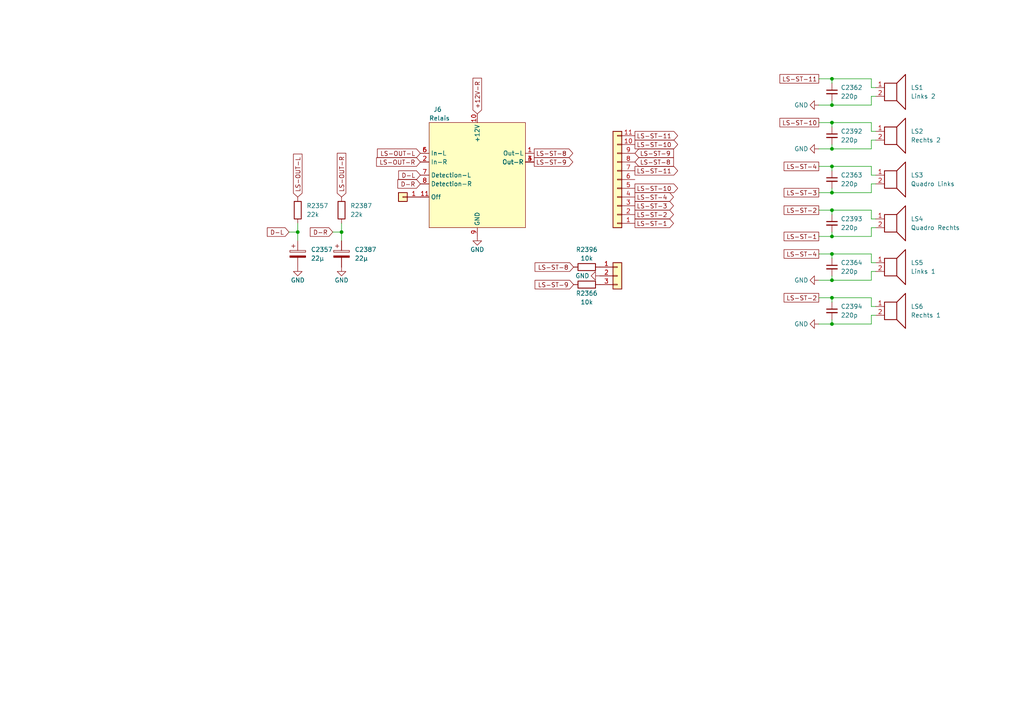
<source format=kicad_sch>
(kicad_sch (version 20230121) (generator eeschema)
  (paper "A4")
  (lib_symbols
    (symbol "Connector_Generic:Conn_01x01" (pin_names (offset 1.016) hide)
      (property "Reference" "J" (at 0 2.54 0))
      (property "Value" "Conn_01x01" (at 0 -2.54 0))
      (symbol "Conn_01x01_1_1"
        (rectangle (start -1.27 0.127) (end 0 -0.127) (stroke (width 0.1524)))
        (rectangle (start -1.27 1.27) (end 1.27 -1.27) (stroke (width 0.254)) (fill (type background)))
        (pin passive line (at -5.08 0 0) (length 3.81) (name "Pin_1") (number "1"))
      )
    )
    (symbol "Connector_Generic:Conn_01x03" (pin_names (offset 1.016) hide)
      (property "Reference" "J" (at 0 5.08 0))
      (property "Value" "Conn_01x03" (at 0 -5.08 0))
      (symbol "Conn_01x03_1_1"
        (rectangle (start -1.27 -2.413) (end 0 -2.667) (stroke (width 0.1524)))
        (rectangle (start -1.27 0.127) (end 0 -0.127) (stroke (width 0.1524)))
        (rectangle (start -1.27 2.667) (end 0 2.413) (stroke (width 0.1524)))
        (rectangle (start -1.27 3.81) (end 1.27 -3.81) (stroke (width 0.254)) (fill (type background)))
        (pin passive line (at -5.08 2.54 0) (length 3.81) (name "Pin_1") (number "1"))
        (pin passive line (at -5.08 0 0) (length 3.81) (name "Pin_2") (number "2"))
        (pin passive line (at -5.08 -2.54 0) (length 3.81) (name "Pin_3") (number "3"))
      )
    )
    (symbol "Connector_Generic:Conn_01x11" (pin_names (offset 1.016) hide)
      (property "Reference" "J" (at 0 15.24 0))
      (property "Value" "Conn_01x11" (at 0 -15.24 0))
      (symbol "Conn_01x11_1_1"
        (rectangle (start -1.27 -12.573) (end 0 -12.827) (stroke (width 0.1524)))
        (rectangle (start -1.27 -10.033) (end 0 -10.287) (stroke (width 0.1524)))
        (rectangle (start -1.27 -7.493) (end 0 -7.747) (stroke (width 0.1524)))
        (rectangle (start -1.27 -4.953) (end 0 -5.207) (stroke (width 0.1524)))
        (rectangle (start -1.27 -2.413) (end 0 -2.667) (stroke (width 0.1524)))
        (rectangle (start -1.27 0.127) (end 0 -0.127) (stroke (width 0.1524)))
        (rectangle (start -1.27 2.667) (end 0 2.413) (stroke (width 0.1524)))
        (rectangle (start -1.27 5.207) (end 0 4.953) (stroke (width 0.1524)))
        (rectangle (start -1.27 7.747) (end 0 7.493) (stroke (width 0.1524)))
        (rectangle (start -1.27 10.287) (end 0 10.033) (stroke (width 0.1524)))
        (rectangle (start -1.27 12.827) (end 0 12.573) (stroke (width 0.1524)))
        (rectangle (start -1.27 13.97) (end 1.27 -13.97) (stroke (width 0.254)) (fill (type background)))
        (pin passive line (at -5.08 12.7 0) (length 3.81) (name "Pin_1") (number "1"))
        (pin passive line (at -5.08 -10.16 0) (length 3.81) (name "Pin_10") (number "10"))
        (pin passive line (at -5.08 -12.7 0) (length 3.81) (name "Pin_11") (number "11"))
        (pin passive line (at -5.08 10.16 0) (length 3.81) (name "Pin_2") (number "2"))
        (pin passive line (at -5.08 7.62 0) (length 3.81) (name "Pin_3") (number "3"))
        (pin passive line (at -5.08 5.08 0) (length 3.81) (name "Pin_4") (number "4"))
        (pin passive line (at -5.08 2.54 0) (length 3.81) (name "Pin_5") (number "5"))
        (pin passive line (at -5.08 0 0) (length 3.81) (name "Pin_6") (number "6"))
        (pin passive line (at -5.08 -2.54 0) (length 3.81) (name "Pin_7") (number "7"))
        (pin passive line (at -5.08 -5.08 0) (length 3.81) (name "Pin_8") (number "8"))
        (pin passive line (at -5.08 -7.62 0) (length 3.81) (name "Pin_9") (number "9"))
      )
    )
    (symbol "Device:C_Polarized" (pin_numbers hide) (pin_names (offset 0.254))
      (property "Reference" "C" (at 0.635 2.54 0))
      (property "Value" "C_Polarized" (at 0.635 -2.54 0))
      (symbol "C_Polarized_0_1"
        (rectangle (start -2.286 0.508) (end 2.286 1.016))
        (polyline (pts (xy -1.778 2.286) (xy -0.762 2.286)))
        (polyline (pts (xy -1.27 2.794) (xy -1.27 1.778)))
        (rectangle (start 2.286 -0.508) (end -2.286 -1.016) (fill (type outline)))
      )
      (symbol "C_Polarized_1_1"
        (pin passive line (at 0 3.81 270) (length 2.794) (name "~") (number "1"))
        (pin passive line (at 0 -3.81 90) (length 2.794) (name "~") (number "2"))
      )
    )
    (symbol "Device:C_Small" (pin_numbers hide) (pin_names (offset 0.254) hide)
      (property "Reference" "C" (at 0.254 1.778 0))
      (property "Value" "C_Small" (at 0.254 -2.032 0))
      (symbol "C_Small_0_1"
        (polyline (pts (xy -1.524 -0.508) (xy 1.524 -0.508)) (stroke (width 0.3302)))
        (polyline (pts (xy -1.524 0.508) (xy 1.524 0.508)) (stroke (width 0.3048)))
      )
      (symbol "C_Small_1_1"
        (pin passive line (at 0 2.54 270) (length 2.032) (name "~") (number "1"))
        (pin passive line (at 0 -2.54 90) (length 2.032) (name "~") (number "2"))
      )
    )
    (symbol "Device:R" (pin_numbers hide) (pin_names (offset 0))
      (property "Reference" "R" (at 2.032 0 90))
      (property "Value" "R" (at 0 0 90))
      (symbol "R_0_1"
        (rectangle (start -1.016 -2.54) (end 1.016 2.54) (stroke (width 0.254)))
      )
      (symbol "R_1_1"
        (pin passive line (at 0 3.81 270) (length 1.27) (name "~") (number "1"))
        (pin passive line (at 0 -3.81 90) (length 1.27) (name "~") (number "2"))
      )
    )
    (symbol "Device:Speaker" (pin_names (offset 0) hide)
      (property "Reference" "LS" (at 1.27 5.715 0))
      (property "Value" "Speaker" (at 1.27 3.81 0))
      (symbol "Speaker_0_0"
        (rectangle (start -2.54 1.27) (end 1.016 -3.81) (stroke (width 0.254)))
        (polyline (pts (xy 1.016 1.27) (xy 3.556 3.81) (xy 3.556 -6.35) (xy 1.016 -3.81)) (stroke (width 0.254)))
      )
      (symbol "Speaker_1_1"
        (pin input line (at -5.08 0 0) (length 2.54) (name "1") (number "1"))
        (pin input line (at -5.08 -2.54 0) (length 2.54) (name "2") (number "2"))
      )
    )
    (symbol "Library:Relais"
      (property "Reference" "U" (at 25.4 3.81 0))
      (property "Value" "Relais" (at 25.4 1.27 0))
      (symbol "Relais_1_1"
        (rectangle (start 0 0) (end 27.94 -30.48) (fill (type background)))
        (pin output line (at 30.48 -8.89 180) (length 2.54) (name "Out-L") (number "1"))
        (pin power_in line (at 13.97 2.54 270) (length 2.54) (name "+12V") (number "10"))
        (pin input line (at -2.54 -21.59 0) (length 2.54) (name "Off") (number "11"))
        (pin input line (at -2.54 -11.43 0) (length 2.54) (name "In-R") (number "2"))
        (pin output line (at 30.48 -11.43 180) (length 2.54) (name "Out-R") (number "3"))
        (pin output line (at 30.48 -11.43 180) (length 2.54) (name "Out-R") (number "4"))
        (pin input line (at -2.54 -8.89 0) (length 2.54) (name "In-L") (number "5"))
        (pin input line (at -2.54 -8.89 0) (length 2.54) (name "In-L") (number "6"))
        (pin input line (at -2.54 -15.24 0) (length 2.54) (name "Detection-L") (number "7"))
        (pin input line (at -2.54 -17.78 0) (length 2.54) (name "Detection-R") (number "8"))
        (pin power_in line (at 13.97 -33.02 90) (length 2.54) (name "GND") (number "9"))
      )
    )
    (symbol "power:GND" (power) (pin_names (offset 0))
      (property "Value" "GND" (at 0 -3.81 0))
      (symbol "GND_0_1"
        (polyline (pts (xy 0 0) (xy 0 -1.27) (xy 1.27 -1.27) (xy 0 -2.54) (xy -1.27 -1.27) (xy 0 -1.27)))
      )
      (symbol "GND_1_1"
        (pin power_in line (at 0 0 270) (length 0) hide (name "GND") (number "1"))
      )
    )
  )
  (junction (at 99.06 67.31))
  (junction (at 241.3 60.96))
  (junction (at 241.3 73.66))
  (junction (at 86.36 67.31))
  (junction (at 241.3 48.26))
  (junction (at 241.3 93.98))
  (junction (at 241.3 68.58))
  (junction (at 241.3 43.18))
  (junction (at 241.3 81.28))
  (junction (at 241.3 35.56))
  (junction (at 241.3 30.48))
  (junction (at 241.3 55.88))
  (junction (at 241.3 22.86))
  (junction (at 241.3 86.36))
  (wire (pts (xy 237.49 81.28) (xy 241.3 81.28)))
  (wire (pts (xy 241.3 73.66) (xy 252.73 73.66)))
  (wire (pts (xy 252.73 35.56) (xy 252.73 38.1)))
  (wire (pts (xy 252.73 22.86) (xy 252.73 25.4)))
  (wire (pts (xy 241.3 35.56) (xy 252.73 35.56)))
  (wire (pts (xy 241.3 67.31) (xy 241.3 68.58)))
  (wire (pts (xy 252.73 91.44) (xy 254 91.44)))
  (wire (pts (xy 241.3 92.71) (xy 241.3 93.98)))
  (wire (pts (xy 252.73 66.04) (xy 254 66.04)))
  (wire (pts (xy 252.73 25.4) (xy 254 25.4)))
  (wire (pts (xy 99.06 67.31) (xy 99.06 69.85)))
  (wire (pts (xy 237.49 30.48) (xy 241.3 30.48)))
  (wire (pts (xy 241.3 48.26) (xy 252.73 48.26)))
  (wire (pts (xy 237.49 60.96) (xy 241.3 60.96)))
  (wire (pts (xy 241.3 74.93) (xy 241.3 73.66)))
  (wire (pts (xy 237.49 93.98) (xy 241.3 93.98)))
  (wire (pts (xy 237.49 86.36) (xy 241.3 86.36)))
  (wire (pts (xy 252.73 53.34) (xy 254 53.34)))
  (wire (pts (xy 237.49 73.66) (xy 241.3 73.66)))
  (wire (pts (xy 241.3 22.86) (xy 252.73 22.86)))
  (wire (pts (xy 241.3 49.53) (xy 241.3 48.26)))
  (wire (pts (xy 241.3 36.83) (xy 241.3 35.56)))
  (wire (pts (xy 237.49 43.18) (xy 241.3 43.18)))
  (wire (pts (xy 86.36 67.31) (xy 86.36 69.85)))
  (wire (pts (xy 241.3 80.01) (xy 241.3 81.28)))
  (wire (pts (xy 241.3 43.18) (xy 252.73 43.18)))
  (wire (pts (xy 237.49 55.88) (xy 241.3 55.88)))
  (wire (pts (xy 252.73 60.96) (xy 252.73 63.5)))
  (wire (pts (xy 241.3 60.96) (xy 252.73 60.96)))
  (wire (pts (xy 241.3 81.28) (xy 252.73 81.28)))
  (wire (pts (xy 252.73 81.28) (xy 252.73 78.74)))
  (wire (pts (xy 241.3 86.36) (xy 252.73 86.36)))
  (wire (pts (xy 237.49 35.56) (xy 241.3 35.56)))
  (wire (pts (xy 237.49 48.26) (xy 241.3 48.26)))
  (wire (pts (xy 237.49 68.58) (xy 241.3 68.58)))
  (wire (pts (xy 241.3 30.48) (xy 252.73 30.48)))
  (wire (pts (xy 83.82 67.31) (xy 86.36 67.31)))
  (wire (pts (xy 252.73 76.2) (xy 254 76.2)))
  (wire (pts (xy 241.3 54.61) (xy 241.3 55.88)))
  (wire (pts (xy 252.73 93.98) (xy 252.73 91.44)))
  (wire (pts (xy 252.73 68.58) (xy 252.73 66.04)))
  (wire (pts (xy 241.3 29.21) (xy 241.3 30.48)))
  (wire (pts (xy 241.3 24.13) (xy 241.3 22.86)))
  (wire (pts (xy 241.3 87.63) (xy 241.3 86.36)))
  (wire (pts (xy 241.3 68.58) (xy 252.73 68.58)))
  (wire (pts (xy 241.3 93.98) (xy 252.73 93.98)))
  (wire (pts (xy 252.73 88.9) (xy 254 88.9)))
  (wire (pts (xy 252.73 43.18) (xy 252.73 40.64)))
  (wire (pts (xy 241.3 41.91) (xy 241.3 43.18)))
  (wire (pts (xy 252.73 86.36) (xy 252.73 88.9)))
  (wire (pts (xy 252.73 38.1) (xy 254 38.1)))
  (wire (pts (xy 86.36 64.77) (xy 86.36 67.31)))
  (wire (pts (xy 252.73 48.26) (xy 252.73 50.8)))
  (wire (pts (xy 241.3 62.23) (xy 241.3 60.96)))
  (wire (pts (xy 252.73 27.94) (xy 252.73 30.48)))
  (wire (pts (xy 252.73 73.66) (xy 252.73 76.2)))
  (wire (pts (xy 237.49 22.86) (xy 241.3 22.86)))
  (wire (pts (xy 99.06 64.77) (xy 99.06 67.31)))
  (wire (pts (xy 252.73 40.64) (xy 254 40.64)))
  (wire (pts (xy 252.73 50.8) (xy 254 50.8)))
  (wire (pts (xy 252.73 27.94) (xy 254 27.94)))
  (wire (pts (xy 252.73 55.88) (xy 252.73 53.34)))
  (wire (pts (xy 252.73 78.74) (xy 254 78.74)))
  (wire (pts (xy 241.3 55.88) (xy 252.73 55.88)))
  (wire (pts (xy 252.73 63.5) (xy 254 63.5)))
  (wire (pts (xy 96.52 67.31) (xy 99.06 67.31)))
  (global_label "LS-OUT-R" (shape input) (at 121.92 46.99 180) (property "Intersheetrefs" "${INTERSHEET_REFS}" (effects hide)))
  (global_label "LS-OUT-R" (shape input) (at 99.06 57.15 90) (property "Intersheetrefs" "${INTERSHEET_REFS}" (effects hide)))
  (global_label "LS-ST-11" (shape passive) (at 237.49 22.86 180) (property "Intersheetrefs" "${INTERSHEET_REFS}" (effects hide)))
  (global_label "LS-ST-3" (shape passive) (at 237.49 55.88 180) (property "Intersheetrefs" "${INTERSHEET_REFS}" (effects hide)))
  (global_label "LS-ST-4" (shape output) (at 184.15 57.15 0) (property "Intersheetrefs" "${INTERSHEET_REFS}" (effects hide)))
  (global_label "+12V-R" (shape input) (at 138.43 33.02 90) (property "Intersheetrefs" "${INTERSHEET_REFS}" (effects hide)))
  (global_label "LS-ST-4" (shape passive) (at 237.49 73.66 180) (property "Intersheetrefs" "${INTERSHEET_REFS}" (effects hide)))
  (global_label "D-L" (shape input) (at 121.92 50.8 180) (property "Intersheetrefs" "${INTERSHEET_REFS}" (effects hide)))
  (global_label "LS-ST-9" (shape input) (at 184.15 44.45 0) (property "Intersheetrefs" "${INTERSHEET_REFS}" (effects hide)))
  (global_label "LS-ST-8" (shape input) (at 184.15 46.99 0) (property "Intersheetrefs" "${INTERSHEET_REFS}" (effects hide)))
  (global_label "LS-ST-10" (shape passive) (at 237.49 35.56 180) (property "Intersheetrefs" "${INTERSHEET_REFS}" (effects hide)))
  (global_label "LS-ST-9" (shape output) (at 154.94 46.99 0) (property "Intersheetrefs" "${INTERSHEET_REFS}" (effects hide)))
  (global_label "LS-ST-11" (shape output) (at 184.15 39.37 0) (property "Intersheetrefs" "${INTERSHEET_REFS}" (effects hide)))
  (global_label "LS-ST-10" (shape output) (at 184.15 54.61 0) (property "Intersheetrefs" "${INTERSHEET_REFS}" (effects hide)))
  (global_label "LS-ST-11" (shape output) (at 184.15 49.53 0) (property "Intersheetrefs" "${INTERSHEET_REFS}" (effects hide)))
  (global_label "D-R" (shape input) (at 121.92 53.34 180) (property "Intersheetrefs" "${INTERSHEET_REFS}" (effects hide)))
  (global_label "LS-OUT-L" (shape input) (at 86.36 57.15 90) (property "Intersheetrefs" "${INTERSHEET_REFS}" (effects hide)))
  (global_label "LS-ST-4" (shape passive) (at 237.49 48.26 180) (property "Intersheetrefs" "${INTERSHEET_REFS}" (effects hide)))
  (global_label "LS-ST-2" (shape passive) (at 237.49 86.36 180) (property "Intersheetrefs" "${INTERSHEET_REFS}" (effects hide)))
  (global_label "D-L" (shape input) (at 83.82 67.31 180) (property "Intersheetrefs" "${INTERSHEET_REFS}" (effects hide)))
  (global_label "LS-ST-8" (shape input) (at 166.37 77.47 180) (property "Intersheetrefs" "${INTERSHEET_REFS}" (effects hide)))
  (global_label "LS-ST-1" (shape output) (at 184.15 64.77 0) (property "Intersheetrefs" "${INTERSHEET_REFS}" (effects hide)))
  (global_label "LS-ST-9" (shape input) (at 166.37 82.55 180) (property "Intersheetrefs" "${INTERSHEET_REFS}" (effects hide)))
  (global_label "LS-OUT-L" (shape input) (at 121.92 44.45 180) (property "Intersheetrefs" "${INTERSHEET_REFS}" (effects hide)))
  (global_label "LS-ST-1" (shape passive) (at 237.49 68.58 180) (property "Intersheetrefs" "${INTERSHEET_REFS}" (effects hide)))
  (global_label "LS-ST-2" (shape passive) (at 237.49 60.96 180) (property "Intersheetrefs" "${INTERSHEET_REFS}" (effects hide)))
  (global_label "LS-ST-2" (shape output) (at 184.15 62.23 0) (property "Intersheetrefs" "${INTERSHEET_REFS}" (effects hide)))
  (global_label "LS-ST-8" (shape output) (at 154.94 44.45 0) (property "Intersheetrefs" "${INTERSHEET_REFS}" (effects hide)))
  (global_label "D-R" (shape input) (at 96.52 67.31 180) (property "Intersheetrefs" "${INTERSHEET_REFS}" (effects hide)))
  (global_label "LS-ST-10" (shape output) (at 184.15 41.91 0) (property "Intersheetrefs" "${INTERSHEET_REFS}" (effects hide)))
  (global_label "LS-ST-3" (shape output) (at 184.15 59.69 0) (property "Intersheetrefs" "${INTERSHEET_REFS}" (effects hide)))
  (symbol (lib_id "Device:C_Small") (at 241.3 90.17 0) (unit 1)
    (property "Reference" "C2394" (at 243.84 88.9 0) (effects (justify left)))
    (property "Value" "220p" (at 243.84 91.44 0) (effects (justify left)))
    (property "Footprint" "Capacitor_THT:C_Disc_D4.7mm_W2.5mm_P5.00mm" (effects hide))
  )
  (symbol (lib_id "Device:C_Small") (at 241.3 64.77 0) (unit 1)
    (property "Reference" "C2393" (at 243.84 63.5 0) (effects (justify left)))
    (property "Value" "220p" (at 243.84 66.04 0) (effects (justify left)))
    (property "Footprint" "Capacitor_THT:C_Disc_D4.7mm_W2.5mm_P5.00mm" (effects hide))
  )
  (symbol (lib_id "Device:R") (at 170.18 77.47 90) (unit 1)
    (property "Reference" "R2396" (at 170.18 72.39 90))
    (property "Value" "10k" (at 170.18 74.93 90))
    (property "Footprint" "Resistor_THT:R_Axial_DIN0207_L6.3mm_D2.5mm_P10.16mm_Horizontal" (effects hide))
  )
  (symbol (lib_id "Device:Speaker") (at 259.08 50.8 0) (unit 1)
    (property "Reference" "LS3" (at 264.16 50.8 0) (effects (justify left)))
    (property "Value" "Quadro Links" (at 264.16 53.34 0) (effects (justify left)))
    (property "Footprint" "Library:Speaker_DIN-41529_730311" (effects hide))
  )
  (symbol (lib_id "Device:R") (at 86.36 60.96 0) (unit 1)
    (property "Reference" "R2357" (at 88.9 59.69 0) (effects (justify left)))
    (property "Value" "22k" (at 88.9 62.23 0) (effects (justify left)))
    (property "Footprint" "Resistor_THT:R_Axial_DIN0207_L6.3mm_D2.5mm_P5.08mm_Vertical" (effects hide))
  )
  (symbol (lib_id "power:GND") (at 138.43 68.58 0) (unit 1)
    (property "Reference" "#PWR029" (effects hide))
    (property "Value" "GND" (at 138.43 72.39 0))
  )
  (symbol (lib_id "Device:Speaker") (at 259.08 88.9 0) (unit 1)
    (property "Reference" "LS6" (at 264.16 88.9 0) (effects (justify left)))
    (property "Value" "Rechts 1" (at 264.16 91.44 0) (effects (justify left)))
    (property "Footprint" "Library:Speaker_DIN-41529_730311" (effects hide))
  )
  (symbol (lib_id "power:GND") (at 99.06 77.47 0) (unit 1)
    (property "Reference" "#PWR017" (effects hide))
    (property "Value" "GND" (at 99.06 81.28 0))
  )
  (symbol (lib_id "power:GND") (at 237.49 30.48 270) (unit 1)
    (property "Reference" "#PWR081" (effects hide))
    (property "Value" "GND" (at 232.41 30.48 90))
  )
  (symbol (lib_id "Device:Speaker") (at 259.08 63.5 0) (unit 1)
    (property "Reference" "LS4" (at 264.16 63.5 0) (effects (justify left)))
    (property "Value" "Quadro Rechts" (at 264.16 66.04 0) (effects (justify left)))
    (property "Footprint" "Library:Speaker_DIN-41529_730311" (effects hide))
  )
  (symbol (lib_id "Device:R") (at 170.18 82.55 90) (unit 1)
    (property "Reference" "R2366" (at 170.18 85.09 90))
    (property "Value" "10k" (at 170.18 87.63 90))
    (property "Footprint" "Resistor_THT:R_Axial_DIN0207_L6.3mm_D2.5mm_P10.16mm_Horizontal" (effects hide))
  )
  (symbol (lib_id "Connector_Generic:Conn_01x03") (at 179.07 80.01 0) (unit 1)
    (property "Reference" "J14" (effects hide))
    (property "Value" "Conn_01x03" (effects hide))
    (property "Footprint" "Library:STOCKO-MKS-1653_1753" (effects hide))
  )
  (symbol (lib_id "Device:C_Polarized") (at 99.06 73.66 0) (unit 1)
    (property "Reference" "C2387" (at 102.87 72.39 0) (effects (justify left)))
    (property "Value" "22µ" (at 102.87 74.93 0) (effects (justify left)))
    (property "Footprint" "Capacitor_THT:CP_Radial_D5.0mm_P2.00mm" (effects hide))
  )
  (symbol (lib_id "power:GND") (at 237.49 43.18 270) (unit 1)
    (property "Reference" "#PWR082" (effects hide))
    (property "Value" "GND" (at 232.41 43.18 90))
  )
  (symbol (lib_id "power:GND") (at 173.99 80.01 270) (unit 1)
    (property "Reference" "#PWR030" (effects hide))
    (property "Value" "GND" (at 168.91 80.01 90))
  )
  (symbol (lib_id "power:GND") (at 237.49 93.98 270) (unit 1)
    (property "Reference" "#PWR084" (effects hide))
    (property "Value" "GND" (at 232.41 93.98 90))
  )
  (symbol (lib_id "Device:C_Polarized") (at 86.36 73.66 0) (unit 1)
    (property "Reference" "C2357" (at 90.17 72.39 0) (effects (justify left)))
    (property "Value" "22µ" (at 90.17 74.93 0) (effects (justify left)))
    (property "Footprint" "Capacitor_THT:CP_Radial_D5.0mm_P2.00mm" (effects hide))
  )
  (symbol (lib_id "Device:R") (at 99.06 60.96 0) (unit 1)
    (property "Reference" "R2387" (at 101.6 59.69 0) (effects (justify left)))
    (property "Value" "22k" (at 101.6 62.23 0) (effects (justify left)))
    (property "Footprint" "Resistor_THT:R_Axial_DIN0207_L6.3mm_D2.5mm_P5.08mm_Vertical" (effects hide))
  )
  (symbol (lib_id "Connector_Generic:Conn_01x11") (at 179.07 52.07 180) (unit 1)
    (property "Reference" "J24" (effects hide))
    (property "Value" "Conn_01x11" (effects hide))
    (property "Footprint" "Library:Conn_01x11_5mm" (effects hide))
  )
  (symbol (lib_id "power:GND") (at 86.36 77.47 0) (unit 1)
    (property "Reference" "#PWR016" (effects hide))
    (property "Value" "GND" (at 86.36 81.28 0))
  )
  (symbol (lib_id "Library:Relais") (at 124.46 35.56 0) (unit 1)
    (property "Reference" "J6" (at 125.73 31.75 0) (effects (justify left)))
    (property "Value" "Relais" (at 124.46 34.29 0) (effects (justify left)))
    (property "Footprint" "Library:Relais" (effects hide))
  )
  (symbol (lib_id "Device:Speaker") (at 259.08 25.4 0) (unit 1)
    (property "Reference" "LS1" (at 264.16 25.4 0) (effects (justify left)))
    (property "Value" "Links 2" (at 264.16 27.94 0) (effects (justify left)))
    (property "Footprint" "Library:Speaker_DIN-41529_730311" (effects hide))
  )
  (symbol (lib_id "Device:C_Small") (at 241.3 52.07 0) (unit 1)
    (property "Reference" "C2363" (at 243.84 50.8 0) (effects (justify left)))
    (property "Value" "220p" (at 243.84 53.34 0) (effects (justify left)))
    (property "Footprint" "Capacitor_THT:C_Disc_D4.7mm_W2.5mm_P5.00mm" (effects hide))
  )
  (symbol (lib_id "Device:C_Small") (at 241.3 39.37 0) (unit 1)
    (property "Reference" "C2392" (at 243.84 38.1 0) (effects (justify left)))
    (property "Value" "220p" (at 243.84 40.64 0) (effects (justify left)))
    (property "Footprint" "Capacitor_THT:C_Disc_D4.7mm_W2.5mm_P5.00mm" (effects hide))
  )
  (symbol (lib_id "Device:C_Small") (at 241.3 26.67 0) (unit 1)
    (property "Reference" "C2362" (at 243.84 25.4 0) (effects (justify left)))
    (property "Value" "220p" (at 243.84 27.94 0) (effects (justify left)))
    (property "Footprint" "Capacitor_THT:C_Disc_D4.7mm_W2.5mm_P5.00mm" (effects hide))
  )
  (symbol (lib_id "power:GND") (at 237.49 81.28 270) (unit 1)
    (property "Reference" "#PWR083" (effects hide))
    (property "Value" "GND" (at 232.41 81.28 90))
  )
  (symbol (lib_id "Connector_Generic:Conn_01x01") (at 116.84 57.15 180) (unit 1)
    (property "Reference" "J18" (effects hide))
    (property "Value" "Conn_01x01" (effects hide))
    (property "Footprint" "Connector_Pin:Pin_D1.3mm_L11.0mm" (effects hide))
  )
  (symbol (lib_id "Device:Speaker") (at 259.08 76.2 0) (unit 1)
    (property "Reference" "LS5" (at 264.16 76.2 0) (effects (justify left)))
    (property "Value" "Links 1" (at 264.16 78.74 0) (effects (justify left)))
    (property "Footprint" "Library:Speaker_DIN-41529_730311" (effects hide))
  )
  (symbol (lib_id "Device:Speaker") (at 259.08 38.1 0) (unit 1)
    (property "Reference" "LS2" (at 264.16 38.1 0) (effects (justify left)))
    (property "Value" "Rechts 2" (at 264.16 40.64 0) (effects (justify left)))
    (property "Footprint" "Library:Speaker_DIN-41529_730311" (effects hide))
  )
  (symbol (lib_id "Device:C_Small") (at 241.3 77.47 0) (unit 1)
    (property "Reference" "C2364" (at 243.84 76.2 0) (effects (justify left)))
    (property "Value" "220p" (at 243.84 78.74 0) (effects (justify left)))
    (property "Footprint" "Capacitor_THT:C_Disc_D4.7mm_W2.5mm_P5.00mm" (effects hide))
  )
)
</source>
